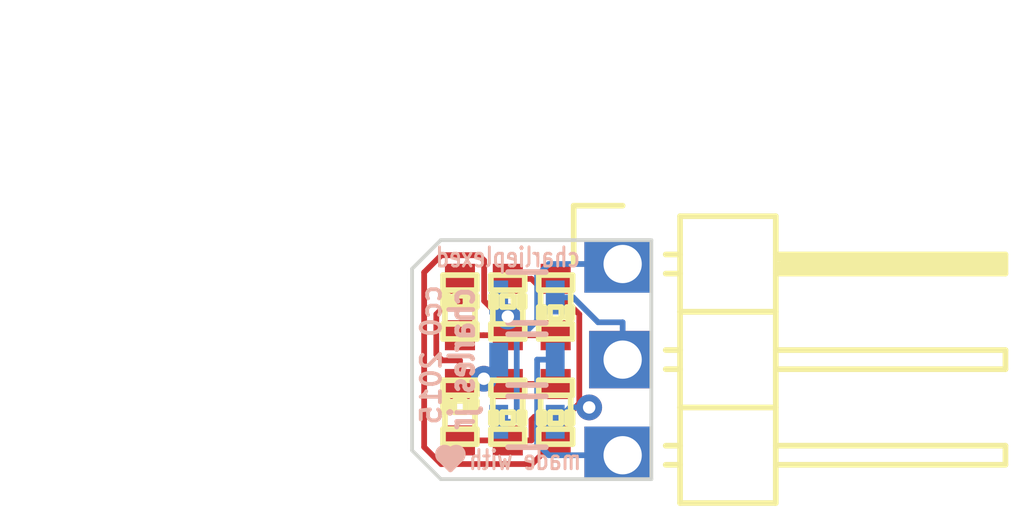
<source format=kicad_pcb>
(kicad_pcb (version 4) (host pcbnew "(2015-04-20 BZR 5616)-product")

  (general
    (links 15)
    (no_connects 0)
    (area 170.768572 99.846 195.485401 114.088401)
    (thickness 1.6)
    (drawings 19)
    (tracks 67)
    (zones 0)
    (modules 10)
    (nets 7)
  )

  (page A4)
  (layers
    (0 F.Cu signal)
    (31 B.Cu signal)
    (32 B.Adhes user)
    (33 F.Adhes user)
    (34 B.Paste user)
    (35 F.Paste user)
    (36 B.SilkS user hide)
    (37 F.SilkS user hide)
    (38 B.Mask user)
    (39 F.Mask user)
    (40 Dwgs.User user)
    (41 Cmts.User user)
    (42 Eco1.User user)
    (43 Eco2.User user)
    (44 Edge.Cuts user)
    (45 Margin user)
    (46 B.CrtYd user hide)
    (47 F.CrtYd user hide)
    (48 B.Fab user)
    (49 F.Fab user)
  )

  (setup
    (last_trace_width 0.1524)
    (trace_clearance 0.1524)
    (zone_clearance 0.508)
    (zone_45_only no)
    (trace_min 0.1524)
    (segment_width 0.2)
    (edge_width 0.1)
    (via_size 0.6858)
    (via_drill 0.3302)
    (via_min_size 0.4)
    (via_min_drill 0.3)
    (uvia_size 0.3)
    (uvia_drill 0.1)
    (uvias_allowed no)
    (uvia_min_size 0.2)
    (uvia_min_drill 0.1)
    (pcb_text_width 0.3)
    (pcb_text_size 1.5 1.5)
    (mod_edge_width 0.15)
    (mod_text_size 1 1)
    (mod_text_width 0.15)
    (pad_size 1.778 1.397)
    (pad_drill 1.016)
    (pad_to_mask_clearance 0)
    (aux_axis_origin 0 0)
    (grid_origin 179.07 106.426)
    (visible_elements FFFFFF7F)
    (pcbplotparams
      (layerselection 0x01000_00000000)
      (usegerberextensions false)
      (excludeedgelayer true)
      (linewidth 0.100000)
      (plotframeref false)
      (viasonmask false)
      (mode 1)
      (useauxorigin false)
      (hpglpennumber 1)
      (hpglpenspeed 20)
      (hpglpendiameter 15)
      (hpglpenoverlay 2)
      (psnegative false)
      (psa4output false)
      (plotreference true)
      (plotvalue true)
      (plotinvisibletext false)
      (padsonsilk false)
      (subtractmaskfromsilk false)
      (outputformat 1)
      (mirror false)
      (drillshape 0)
      (scaleselection 1)
      (outputdirectory ""))
  )

  (net 0 "")
  (net 1 "Net-(D1-Pad2)")
  (net 2 "Net-(D1-Pad1)")
  (net 3 "Net-(D3-Pad2)")
  (net 4 "Net-(P1-Pad1)")
  (net 5 "Net-(P1-Pad2)")
  (net 6 "Net-(P1-Pad3)")

  (net_class Default "This is the default net class."
    (clearance 0.1524)
    (trace_width 0.1524)
    (via_dia 0.6858)
    (via_drill 0.3302)
    (uvia_dia 0.3)
    (uvia_drill 0.1)
    (add_net "Net-(D1-Pad1)")
    (add_net "Net-(D1-Pad2)")
    (add_net "Net-(D3-Pad2)")
    (add_net "Net-(P1-Pad1)")
    (add_net "Net-(P1-Pad2)")
    (add_net "Net-(P1-Pad3)")
  )

  (module LEDs:LED-0603 (layer F.Cu) (tedit 553DC8B4) (tstamp 553DCA0F)
    (at 180.34 110.998 270)
    (descr "LED 0603 smd package")
    (tags "LED led 0603 SMD smd SMT smt smdled SMDLED smtled SMTLED")
    (path /553DC6A9)
    (attr smd)
    (fp_text reference D1 (at 0 -1.15 270) (layer F.SilkS) hide
      (effects (font (size 1 1) (thickness 0.15)))
    )
    (fp_text value LED (at 0 1.2 270) (layer F.Fab) hide
      (effects (font (size 1 1) (thickness 0.15)))
    )
    (fp_line (start -0.44958 -0.44958) (end -0.44958 0.44958) (layer F.SilkS) (width 0.15))
    (fp_line (start -0.44958 0.44958) (end -0.84836 0.44958) (layer F.SilkS) (width 0.15))
    (fp_line (start -0.84836 -0.44958) (end -0.84836 0.44958) (layer F.SilkS) (width 0.15))
    (fp_line (start -0.44958 -0.44958) (end -0.84836 -0.44958) (layer F.SilkS) (width 0.15))
    (fp_line (start 0.84836 -0.44958) (end 0.84836 0.44958) (layer F.SilkS) (width 0.15))
    (fp_line (start 0.84836 0.44958) (end 0.44958 0.44958) (layer F.SilkS) (width 0.15))
    (fp_line (start 0.44958 -0.44958) (end 0.44958 0.44958) (layer F.SilkS) (width 0.15))
    (fp_line (start 0.84836 -0.44958) (end 0.44958 -0.44958) (layer F.SilkS) (width 0.15))
    (fp_line (start 0 -0.44958) (end 0 -0.29972) (layer F.SilkS) (width 0.15))
    (fp_line (start 0 -0.29972) (end -0.29972 -0.29972) (layer F.SilkS) (width 0.15))
    (fp_line (start -0.29972 -0.44958) (end -0.29972 -0.29972) (layer F.SilkS) (width 0.15))
    (fp_line (start 0 -0.44958) (end -0.29972 -0.44958) (layer F.SilkS) (width 0.15))
    (fp_line (start 0 0.29972) (end 0 0.44958) (layer F.SilkS) (width 0.15))
    (fp_line (start 0 0.44958) (end -0.29972 0.44958) (layer F.SilkS) (width 0.15))
    (fp_line (start -0.29972 0.29972) (end -0.29972 0.44958) (layer F.SilkS) (width 0.15))
    (fp_line (start 0 0.29972) (end -0.29972 0.29972) (layer F.SilkS) (width 0.15))
    (fp_line (start 0 -0.14986) (end 0 0.14986) (layer F.SilkS) (width 0.15))
    (fp_line (start 0 0.14986) (end -0.29972 0.14986) (layer F.SilkS) (width 0.15))
    (fp_line (start -0.29972 -0.14986) (end -0.29972 0.14986) (layer F.SilkS) (width 0.15))
    (fp_line (start 0 -0.14986) (end -0.29972 -0.14986) (layer F.SilkS) (width 0.15))
    (fp_line (start -0.44958 -0.39878) (end 0.44958 -0.39878) (layer F.SilkS) (width 0.15))
    (fp_line (start -0.44958 0.39878) (end 0.44958 0.39878) (layer F.SilkS) (width 0.15))
    (pad 2 smd rect (at 0.7493 0 90) (size 0.79756 0.79756) (layers F.Cu F.Paste F.Mask)
      (net 1 "Net-(D1-Pad2)"))
    (pad 1 smd rect (at -0.7493 0 90) (size 0.79756 0.79756) (layers F.Cu F.Paste F.Mask)
      (net 2 "Net-(D1-Pad1)"))
  )

  (module LEDs:LED-0603 (layer F.Cu) (tedit 553DC89C) (tstamp 553DCA15)
    (at 181.61 110.998 90)
    (descr "LED 0603 smd package")
    (tags "LED led 0603 SMD smd SMT smt smdled SMDLED smtled SMTLED")
    (path /553DC5F8)
    (attr smd)
    (fp_text reference D2 (at 0 -1.15 90) (layer F.SilkS) hide
      (effects (font (size 1 1) (thickness 0.15)))
    )
    (fp_text value LED (at 0 1.2 90) (layer F.Fab) hide
      (effects (font (size 1 1) (thickness 0.15)))
    )
    (fp_line (start -0.44958 -0.44958) (end -0.44958 0.44958) (layer F.SilkS) (width 0.15))
    (fp_line (start -0.44958 0.44958) (end -0.84836 0.44958) (layer F.SilkS) (width 0.15))
    (fp_line (start -0.84836 -0.44958) (end -0.84836 0.44958) (layer F.SilkS) (width 0.15))
    (fp_line (start -0.44958 -0.44958) (end -0.84836 -0.44958) (layer F.SilkS) (width 0.15))
    (fp_line (start 0.84836 -0.44958) (end 0.84836 0.44958) (layer F.SilkS) (width 0.15))
    (fp_line (start 0.84836 0.44958) (end 0.44958 0.44958) (layer F.SilkS) (width 0.15))
    (fp_line (start 0.44958 -0.44958) (end 0.44958 0.44958) (layer F.SilkS) (width 0.15))
    (fp_line (start 0.84836 -0.44958) (end 0.44958 -0.44958) (layer F.SilkS) (width 0.15))
    (fp_line (start 0 -0.44958) (end 0 -0.29972) (layer F.SilkS) (width 0.15))
    (fp_line (start 0 -0.29972) (end -0.29972 -0.29972) (layer F.SilkS) (width 0.15))
    (fp_line (start -0.29972 -0.44958) (end -0.29972 -0.29972) (layer F.SilkS) (width 0.15))
    (fp_line (start 0 -0.44958) (end -0.29972 -0.44958) (layer F.SilkS) (width 0.15))
    (fp_line (start 0 0.29972) (end 0 0.44958) (layer F.SilkS) (width 0.15))
    (fp_line (start 0 0.44958) (end -0.29972 0.44958) (layer F.SilkS) (width 0.15))
    (fp_line (start -0.29972 0.29972) (end -0.29972 0.44958) (layer F.SilkS) (width 0.15))
    (fp_line (start 0 0.29972) (end -0.29972 0.29972) (layer F.SilkS) (width 0.15))
    (fp_line (start 0 -0.14986) (end 0 0.14986) (layer F.SilkS) (width 0.15))
    (fp_line (start 0 0.14986) (end -0.29972 0.14986) (layer F.SilkS) (width 0.15))
    (fp_line (start -0.29972 -0.14986) (end -0.29972 0.14986) (layer F.SilkS) (width 0.15))
    (fp_line (start 0 -0.14986) (end -0.29972 -0.14986) (layer F.SilkS) (width 0.15))
    (fp_line (start -0.44958 -0.39878) (end 0.44958 -0.39878) (layer F.SilkS) (width 0.15))
    (fp_line (start -0.44958 0.39878) (end 0.44958 0.39878) (layer F.SilkS) (width 0.15))
    (pad 2 smd rect (at 0.7493 0 270) (size 0.79756 0.79756) (layers F.Cu F.Paste F.Mask)
      (net 2 "Net-(D1-Pad1)"))
    (pad 1 smd rect (at -0.7493 0 270) (size 0.79756 0.79756) (layers F.Cu F.Paste F.Mask)
      (net 1 "Net-(D1-Pad2)"))
  )

  (module LEDs:LED-0603 (layer F.Cu) (tedit 553DC8BD) (tstamp 553DCA1B)
    (at 181.61 108.204 270)
    (descr "LED 0603 smd package")
    (tags "LED led 0603 SMD smd SMT smt smdled SMDLED smtled SMTLED")
    (path /553DC627)
    (attr smd)
    (fp_text reference D3 (at 0 -1.15 270) (layer F.SilkS) hide
      (effects (font (size 1 1) (thickness 0.15)))
    )
    (fp_text value LED (at 0 1.2 270) (layer F.Fab) hide
      (effects (font (size 1 1) (thickness 0.15)))
    )
    (fp_line (start -0.44958 -0.44958) (end -0.44958 0.44958) (layer F.SilkS) (width 0.15))
    (fp_line (start -0.44958 0.44958) (end -0.84836 0.44958) (layer F.SilkS) (width 0.15))
    (fp_line (start -0.84836 -0.44958) (end -0.84836 0.44958) (layer F.SilkS) (width 0.15))
    (fp_line (start -0.44958 -0.44958) (end -0.84836 -0.44958) (layer F.SilkS) (width 0.15))
    (fp_line (start 0.84836 -0.44958) (end 0.84836 0.44958) (layer F.SilkS) (width 0.15))
    (fp_line (start 0.84836 0.44958) (end 0.44958 0.44958) (layer F.SilkS) (width 0.15))
    (fp_line (start 0.44958 -0.44958) (end 0.44958 0.44958) (layer F.SilkS) (width 0.15))
    (fp_line (start 0.84836 -0.44958) (end 0.44958 -0.44958) (layer F.SilkS) (width 0.15))
    (fp_line (start 0 -0.44958) (end 0 -0.29972) (layer F.SilkS) (width 0.15))
    (fp_line (start 0 -0.29972) (end -0.29972 -0.29972) (layer F.SilkS) (width 0.15))
    (fp_line (start -0.29972 -0.44958) (end -0.29972 -0.29972) (layer F.SilkS) (width 0.15))
    (fp_line (start 0 -0.44958) (end -0.29972 -0.44958) (layer F.SilkS) (width 0.15))
    (fp_line (start 0 0.29972) (end 0 0.44958) (layer F.SilkS) (width 0.15))
    (fp_line (start 0 0.44958) (end -0.29972 0.44958) (layer F.SilkS) (width 0.15))
    (fp_line (start -0.29972 0.29972) (end -0.29972 0.44958) (layer F.SilkS) (width 0.15))
    (fp_line (start 0 0.29972) (end -0.29972 0.29972) (layer F.SilkS) (width 0.15))
    (fp_line (start 0 -0.14986) (end 0 0.14986) (layer F.SilkS) (width 0.15))
    (fp_line (start 0 0.14986) (end -0.29972 0.14986) (layer F.SilkS) (width 0.15))
    (fp_line (start -0.29972 -0.14986) (end -0.29972 0.14986) (layer F.SilkS) (width 0.15))
    (fp_line (start 0 -0.14986) (end -0.29972 -0.14986) (layer F.SilkS) (width 0.15))
    (fp_line (start -0.44958 -0.39878) (end 0.44958 -0.39878) (layer F.SilkS) (width 0.15))
    (fp_line (start -0.44958 0.39878) (end 0.44958 0.39878) (layer F.SilkS) (width 0.15))
    (pad 2 smd rect (at 0.7493 0 90) (size 0.79756 0.79756) (layers F.Cu F.Paste F.Mask)
      (net 3 "Net-(D3-Pad2)"))
    (pad 1 smd rect (at -0.7493 0 90) (size 0.79756 0.79756) (layers F.Cu F.Paste F.Mask)
      (net 1 "Net-(D1-Pad2)"))
  )

  (module LEDs:LED-0603 (layer F.Cu) (tedit 553DC8AB) (tstamp 553DCA21)
    (at 180.34 108.204 270)
    (descr "LED 0603 smd package")
    (tags "LED led 0603 SMD smd SMT smt smdled SMDLED smtled SMTLED")
    (path /553DC661)
    (attr smd)
    (fp_text reference D4 (at 0 -1.15 270) (layer F.SilkS) hide
      (effects (font (size 1 1) (thickness 0.15)))
    )
    (fp_text value LED (at 0 1.2 270) (layer F.Fab) hide
      (effects (font (size 1 1) (thickness 0.15)))
    )
    (fp_line (start -0.44958 -0.44958) (end -0.44958 0.44958) (layer F.SilkS) (width 0.15))
    (fp_line (start -0.44958 0.44958) (end -0.84836 0.44958) (layer F.SilkS) (width 0.15))
    (fp_line (start -0.84836 -0.44958) (end -0.84836 0.44958) (layer F.SilkS) (width 0.15))
    (fp_line (start -0.44958 -0.44958) (end -0.84836 -0.44958) (layer F.SilkS) (width 0.15))
    (fp_line (start 0.84836 -0.44958) (end 0.84836 0.44958) (layer F.SilkS) (width 0.15))
    (fp_line (start 0.84836 0.44958) (end 0.44958 0.44958) (layer F.SilkS) (width 0.15))
    (fp_line (start 0.44958 -0.44958) (end 0.44958 0.44958) (layer F.SilkS) (width 0.15))
    (fp_line (start 0.84836 -0.44958) (end 0.44958 -0.44958) (layer F.SilkS) (width 0.15))
    (fp_line (start 0 -0.44958) (end 0 -0.29972) (layer F.SilkS) (width 0.15))
    (fp_line (start 0 -0.29972) (end -0.29972 -0.29972) (layer F.SilkS) (width 0.15))
    (fp_line (start -0.29972 -0.44958) (end -0.29972 -0.29972) (layer F.SilkS) (width 0.15))
    (fp_line (start 0 -0.44958) (end -0.29972 -0.44958) (layer F.SilkS) (width 0.15))
    (fp_line (start 0 0.29972) (end 0 0.44958) (layer F.SilkS) (width 0.15))
    (fp_line (start 0 0.44958) (end -0.29972 0.44958) (layer F.SilkS) (width 0.15))
    (fp_line (start -0.29972 0.29972) (end -0.29972 0.44958) (layer F.SilkS) (width 0.15))
    (fp_line (start 0 0.29972) (end -0.29972 0.29972) (layer F.SilkS) (width 0.15))
    (fp_line (start 0 -0.14986) (end 0 0.14986) (layer F.SilkS) (width 0.15))
    (fp_line (start 0 0.14986) (end -0.29972 0.14986) (layer F.SilkS) (width 0.15))
    (fp_line (start -0.29972 -0.14986) (end -0.29972 0.14986) (layer F.SilkS) (width 0.15))
    (fp_line (start 0 -0.14986) (end -0.29972 -0.14986) (layer F.SilkS) (width 0.15))
    (fp_line (start -0.44958 -0.39878) (end 0.44958 -0.39878) (layer F.SilkS) (width 0.15))
    (fp_line (start -0.44958 0.39878) (end 0.44958 0.39878) (layer F.SilkS) (width 0.15))
    (pad 2 smd rect (at 0.7493 0 90) (size 0.79756 0.79756) (layers F.Cu F.Paste F.Mask)
      (net 3 "Net-(D3-Pad2)"))
    (pad 1 smd rect (at -0.7493 0 90) (size 0.79756 0.79756) (layers F.Cu F.Paste F.Mask)
      (net 2 "Net-(D1-Pad1)"))
  )

  (module LEDs:LED-0603 (layer F.Cu) (tedit 553DC886) (tstamp 553DCA27)
    (at 182.88 108.204 90)
    (descr "LED 0603 smd package")
    (tags "LED led 0603 SMD smd SMT smt smdled SMDLED smtled SMTLED")
    (path /553DC641)
    (attr smd)
    (fp_text reference D5 (at 0 -1.15 90) (layer F.SilkS) hide
      (effects (font (size 1 1) (thickness 0.15)))
    )
    (fp_text value LED (at 0 1.2 90) (layer F.Fab) hide
      (effects (font (size 1 1) (thickness 0.15)))
    )
    (fp_line (start -0.44958 -0.44958) (end -0.44958 0.44958) (layer F.SilkS) (width 0.15))
    (fp_line (start -0.44958 0.44958) (end -0.84836 0.44958) (layer F.SilkS) (width 0.15))
    (fp_line (start -0.84836 -0.44958) (end -0.84836 0.44958) (layer F.SilkS) (width 0.15))
    (fp_line (start -0.44958 -0.44958) (end -0.84836 -0.44958) (layer F.SilkS) (width 0.15))
    (fp_line (start 0.84836 -0.44958) (end 0.84836 0.44958) (layer F.SilkS) (width 0.15))
    (fp_line (start 0.84836 0.44958) (end 0.44958 0.44958) (layer F.SilkS) (width 0.15))
    (fp_line (start 0.44958 -0.44958) (end 0.44958 0.44958) (layer F.SilkS) (width 0.15))
    (fp_line (start 0.84836 -0.44958) (end 0.44958 -0.44958) (layer F.SilkS) (width 0.15))
    (fp_line (start 0 -0.44958) (end 0 -0.29972) (layer F.SilkS) (width 0.15))
    (fp_line (start 0 -0.29972) (end -0.29972 -0.29972) (layer F.SilkS) (width 0.15))
    (fp_line (start -0.29972 -0.44958) (end -0.29972 -0.29972) (layer F.SilkS) (width 0.15))
    (fp_line (start 0 -0.44958) (end -0.29972 -0.44958) (layer F.SilkS) (width 0.15))
    (fp_line (start 0 0.29972) (end 0 0.44958) (layer F.SilkS) (width 0.15))
    (fp_line (start 0 0.44958) (end -0.29972 0.44958) (layer F.SilkS) (width 0.15))
    (fp_line (start -0.29972 0.29972) (end -0.29972 0.44958) (layer F.SilkS) (width 0.15))
    (fp_line (start 0 0.29972) (end -0.29972 0.29972) (layer F.SilkS) (width 0.15))
    (fp_line (start 0 -0.14986) (end 0 0.14986) (layer F.SilkS) (width 0.15))
    (fp_line (start 0 0.14986) (end -0.29972 0.14986) (layer F.SilkS) (width 0.15))
    (fp_line (start -0.29972 -0.14986) (end -0.29972 0.14986) (layer F.SilkS) (width 0.15))
    (fp_line (start 0 -0.14986) (end -0.29972 -0.14986) (layer F.SilkS) (width 0.15))
    (fp_line (start -0.44958 -0.39878) (end 0.44958 -0.39878) (layer F.SilkS) (width 0.15))
    (fp_line (start -0.44958 0.39878) (end 0.44958 0.39878) (layer F.SilkS) (width 0.15))
    (pad 2 smd rect (at 0.7493 0 270) (size 0.79756 0.79756) (layers F.Cu F.Paste F.Mask)
      (net 1 "Net-(D1-Pad2)"))
    (pad 1 smd rect (at -0.7493 0 270) (size 0.79756 0.79756) (layers F.Cu F.Paste F.Mask)
      (net 3 "Net-(D3-Pad2)"))
  )

  (module LEDs:LED-0603 (layer F.Cu) (tedit 553DC88F) (tstamp 553DCA2D)
    (at 182.88 110.998 90)
    (descr "LED 0603 smd package")
    (tags "LED led 0603 SMD smd SMT smt smdled SMDLED smtled SMTLED")
    (path /553DC687)
    (attr smd)
    (fp_text reference D6 (at 0 -1.15 90) (layer F.SilkS) hide
      (effects (font (size 1 1) (thickness 0.15)))
    )
    (fp_text value LED (at 0 1.2 90) (layer F.Fab) hide
      (effects (font (size 1 1) (thickness 0.15)))
    )
    (fp_line (start -0.44958 -0.44958) (end -0.44958 0.44958) (layer F.SilkS) (width 0.15))
    (fp_line (start -0.44958 0.44958) (end -0.84836 0.44958) (layer F.SilkS) (width 0.15))
    (fp_line (start -0.84836 -0.44958) (end -0.84836 0.44958) (layer F.SilkS) (width 0.15))
    (fp_line (start -0.44958 -0.44958) (end -0.84836 -0.44958) (layer F.SilkS) (width 0.15))
    (fp_line (start 0.84836 -0.44958) (end 0.84836 0.44958) (layer F.SilkS) (width 0.15))
    (fp_line (start 0.84836 0.44958) (end 0.44958 0.44958) (layer F.SilkS) (width 0.15))
    (fp_line (start 0.44958 -0.44958) (end 0.44958 0.44958) (layer F.SilkS) (width 0.15))
    (fp_line (start 0.84836 -0.44958) (end 0.44958 -0.44958) (layer F.SilkS) (width 0.15))
    (fp_line (start 0 -0.44958) (end 0 -0.29972) (layer F.SilkS) (width 0.15))
    (fp_line (start 0 -0.29972) (end -0.29972 -0.29972) (layer F.SilkS) (width 0.15))
    (fp_line (start -0.29972 -0.44958) (end -0.29972 -0.29972) (layer F.SilkS) (width 0.15))
    (fp_line (start 0 -0.44958) (end -0.29972 -0.44958) (layer F.SilkS) (width 0.15))
    (fp_line (start 0 0.29972) (end 0 0.44958) (layer F.SilkS) (width 0.15))
    (fp_line (start 0 0.44958) (end -0.29972 0.44958) (layer F.SilkS) (width 0.15))
    (fp_line (start -0.29972 0.29972) (end -0.29972 0.44958) (layer F.SilkS) (width 0.15))
    (fp_line (start 0 0.29972) (end -0.29972 0.29972) (layer F.SilkS) (width 0.15))
    (fp_line (start 0 -0.14986) (end 0 0.14986) (layer F.SilkS) (width 0.15))
    (fp_line (start 0 0.14986) (end -0.29972 0.14986) (layer F.SilkS) (width 0.15))
    (fp_line (start -0.29972 -0.14986) (end -0.29972 0.14986) (layer F.SilkS) (width 0.15))
    (fp_line (start 0 -0.14986) (end -0.29972 -0.14986) (layer F.SilkS) (width 0.15))
    (fp_line (start -0.44958 -0.39878) (end 0.44958 -0.39878) (layer F.SilkS) (width 0.15))
    (fp_line (start -0.44958 0.39878) (end 0.44958 0.39878) (layer F.SilkS) (width 0.15))
    (pad 2 smd rect (at 0.7493 0 270) (size 0.79756 0.79756) (layers F.Cu F.Paste F.Mask)
      (net 2 "Net-(D1-Pad1)"))
    (pad 1 smd rect (at -0.7493 0 270) (size 0.79756 0.79756) (layers F.Cu F.Paste F.Mask)
      (net 3 "Net-(D3-Pad2)"))
  )

  (module Pin_Headers:Pin_Header_Angled_1x03 (layer F.Cu) (tedit 5553F8C6) (tstamp 553DCA34)
    (at 184.658 107.061)
    (descr "Through hole pin header")
    (tags "pin header")
    (path /553DC856)
    (fp_text reference P1 (at 0 -5.1) (layer F.SilkS) hide
      (effects (font (size 1 1) (thickness 0.15)))
    )
    (fp_text value CONN_01X03 (at 0 -3.1) (layer F.Fab) hide
      (effects (font (size 1 1) (thickness 0.15)))
    )
    (fp_line (start -1.5 -1.75) (end -1.5 6.85) (layer F.CrtYd) (width 0.05))
    (fp_line (start 10.65 -1.75) (end 10.65 6.85) (layer F.CrtYd) (width 0.05))
    (fp_line (start -1.5 -1.75) (end 10.65 -1.75) (layer F.CrtYd) (width 0.05))
    (fp_line (start -1.5 6.85) (end 10.65 6.85) (layer F.CrtYd) (width 0.05))
    (fp_line (start -1.3 -1.55) (end -1.3 0) (layer F.SilkS) (width 0.15))
    (fp_line (start 0 -1.55) (end -1.3 -1.55) (layer F.SilkS) (width 0.15))
    (fp_line (start 4.191 -0.127) (end 10.033 -0.127) (layer F.SilkS) (width 0.15))
    (fp_line (start 10.033 -0.127) (end 10.033 0.127) (layer F.SilkS) (width 0.15))
    (fp_line (start 10.033 0.127) (end 4.191 0.127) (layer F.SilkS) (width 0.15))
    (fp_line (start 4.191 0.127) (end 4.191 0) (layer F.SilkS) (width 0.15))
    (fp_line (start 4.191 0) (end 10.033 0) (layer F.SilkS) (width 0.15))
    (fp_line (start 1.524 -0.254) (end 1.143 -0.254) (layer F.SilkS) (width 0.15))
    (fp_line (start 1.524 0.254) (end 1.143 0.254) (layer F.SilkS) (width 0.15))
    (fp_line (start 1.524 2.286) (end 1.143 2.286) (layer F.SilkS) (width 0.15))
    (fp_line (start 1.524 2.794) (end 1.143 2.794) (layer F.SilkS) (width 0.15))
    (fp_line (start 1.524 4.826) (end 1.143 4.826) (layer F.SilkS) (width 0.15))
    (fp_line (start 1.524 5.334) (end 1.143 5.334) (layer F.SilkS) (width 0.15))
    (fp_line (start 4.064 1.27) (end 4.064 -1.27) (layer F.SilkS) (width 0.15))
    (fp_line (start 10.16 0.254) (end 4.064 0.254) (layer F.SilkS) (width 0.15))
    (fp_line (start 10.16 -0.254) (end 10.16 0.254) (layer F.SilkS) (width 0.15))
    (fp_line (start 4.064 -0.254) (end 10.16 -0.254) (layer F.SilkS) (width 0.15))
    (fp_line (start 1.524 1.27) (end 4.064 1.27) (layer F.SilkS) (width 0.15))
    (fp_line (start 1.524 -1.27) (end 1.524 1.27) (layer F.SilkS) (width 0.15))
    (fp_line (start 1.524 -1.27) (end 4.064 -1.27) (layer F.SilkS) (width 0.15))
    (fp_line (start 1.524 3.81) (end 4.064 3.81) (layer F.SilkS) (width 0.15))
    (fp_line (start 1.524 3.81) (end 1.524 6.35) (layer F.SilkS) (width 0.15))
    (fp_line (start 4.064 4.826) (end 10.16 4.826) (layer F.SilkS) (width 0.15))
    (fp_line (start 10.16 4.826) (end 10.16 5.334) (layer F.SilkS) (width 0.15))
    (fp_line (start 10.16 5.334) (end 4.064 5.334) (layer F.SilkS) (width 0.15))
    (fp_line (start 4.064 6.35) (end 4.064 3.81) (layer F.SilkS) (width 0.15))
    (fp_line (start 4.064 3.81) (end 4.064 1.27) (layer F.SilkS) (width 0.15))
    (fp_line (start 10.16 2.794) (end 4.064 2.794) (layer F.SilkS) (width 0.15))
    (fp_line (start 10.16 2.286) (end 10.16 2.794) (layer F.SilkS) (width 0.15))
    (fp_line (start 4.064 2.286) (end 10.16 2.286) (layer F.SilkS) (width 0.15))
    (fp_line (start 1.524 3.81) (end 4.064 3.81) (layer F.SilkS) (width 0.15))
    (fp_line (start 1.524 1.27) (end 1.524 3.81) (layer F.SilkS) (width 0.15))
    (fp_line (start 1.524 1.27) (end 4.064 1.27) (layer F.SilkS) (width 0.15))
    (fp_line (start 1.524 6.35) (end 4.064 6.35) (layer F.SilkS) (width 0.15))
    (pad 1 thru_hole rect (at 0 0) (size 1.778 1.397) (drill 1.016 (offset -0.127 0.0635)) (layers *.Cu *.Mask)
      (net 4 "Net-(P1-Pad1)"))
    (pad 2 thru_hole rect (at 0 2.54) (size 1.651 1.524) (drill 1.016 (offset -0.0635 0)) (layers *.Cu *.Mask)
      (net 5 "Net-(P1-Pad2)"))
    (pad 3 thru_hole rect (at 0 5.08) (size 1.778 1.397) (drill 1.016 (offset -0.127 -0.0635)) (layers *.Cu *.Mask)
      (net 6 "Net-(P1-Pad3)"))
    (model Pin_Headers.3dshapes/Pin_Header_Angled_1x03.wrl
      (at (xyz 0 -0.1 0))
      (scale (xyz 1 1 1))
      (rotate (xyz 0 0 90))
    )
  )

  (module Resistors_SMD:R_0603 (layer B.Cu) (tedit 553DC878) (tstamp 553DCA3A)
    (at 182.118 111.252)
    (descr "Resistor SMD 0603, reflow soldering, Vishay (see dcrcw.pdf)")
    (tags "resistor 0603")
    (path /553DC7B2)
    (attr smd)
    (fp_text reference R1 (at 0 1.9) (layer B.SilkS) hide
      (effects (font (size 1 1) (thickness 0.15)) (justify mirror))
    )
    (fp_text value R (at 0 -1.9) (layer B.Fab) hide
      (effects (font (size 1 1) (thickness 0.15)) (justify mirror))
    )
    (fp_line (start -1.3 0.8) (end 1.3 0.8) (layer B.CrtYd) (width 0.05))
    (fp_line (start -1.3 -0.8) (end 1.3 -0.8) (layer B.CrtYd) (width 0.05))
    (fp_line (start -1.3 0.8) (end -1.3 -0.8) (layer B.CrtYd) (width 0.05))
    (fp_line (start 1.3 0.8) (end 1.3 -0.8) (layer B.CrtYd) (width 0.05))
    (fp_line (start 0.5 -0.675) (end -0.5 -0.675) (layer B.SilkS) (width 0.15))
    (fp_line (start -0.5 0.675) (end 0.5 0.675) (layer B.SilkS) (width 0.15))
    (pad 1 smd rect (at -0.75 0) (size 0.5 0.9) (layers B.Cu B.Paste B.Mask)
      (net 4 "Net-(P1-Pad1)"))
    (pad 2 smd rect (at 0.75 0) (size 0.5 0.9) (layers B.Cu B.Paste B.Mask)
      (net 1 "Net-(D1-Pad2)"))
    (model Resistors_SMD.3dshapes/R_0603.wrl
      (at (xyz 0 0 0))
      (scale (xyz 1 1 1))
      (rotate (xyz 0 0 0))
    )
  )

  (module Resistors_SMD:R_0603 (layer B.Cu) (tedit 553DC86E) (tstamp 553DCA40)
    (at 182.118 107.95 180)
    (descr "Resistor SMD 0603, reflow soldering, Vishay (see dcrcw.pdf)")
    (tags "resistor 0603")
    (path /553DC7EB)
    (attr smd)
    (fp_text reference R2 (at 0 1.9 180) (layer B.SilkS) hide
      (effects (font (size 1 1) (thickness 0.15)) (justify mirror))
    )
    (fp_text value R (at 0 -1.9 180) (layer B.Fab) hide
      (effects (font (size 1 1) (thickness 0.15)) (justify mirror))
    )
    (fp_line (start -1.3 0.8) (end 1.3 0.8) (layer B.CrtYd) (width 0.05))
    (fp_line (start -1.3 -0.8) (end 1.3 -0.8) (layer B.CrtYd) (width 0.05))
    (fp_line (start -1.3 0.8) (end -1.3 -0.8) (layer B.CrtYd) (width 0.05))
    (fp_line (start 1.3 0.8) (end 1.3 -0.8) (layer B.CrtYd) (width 0.05))
    (fp_line (start 0.5 -0.675) (end -0.5 -0.675) (layer B.SilkS) (width 0.15))
    (fp_line (start -0.5 0.675) (end 0.5 0.675) (layer B.SilkS) (width 0.15))
    (pad 1 smd rect (at -0.75 0 180) (size 0.5 0.9) (layers B.Cu B.Paste B.Mask)
      (net 5 "Net-(P1-Pad2)"))
    (pad 2 smd rect (at 0.75 0 180) (size 0.5 0.9) (layers B.Cu B.Paste B.Mask)
      (net 3 "Net-(D3-Pad2)"))
    (model Resistors_SMD.3dshapes/R_0603.wrl
      (at (xyz 0 0 0))
      (scale (xyz 1 1 1))
      (rotate (xyz 0 0 0))
    )
  )

  (module Resistors_SMD:R_0603 (layer B.Cu) (tedit 553DC863) (tstamp 553DCA46)
    (at 182.118 109.601 180)
    (descr "Resistor SMD 0603, reflow soldering, Vishay (see dcrcw.pdf)")
    (tags "resistor 0603")
    (path /553DC810)
    (attr smd)
    (fp_text reference R3 (at 0 1.9 180) (layer B.SilkS) hide
      (effects (font (size 1 1) (thickness 0.15)) (justify mirror))
    )
    (fp_text value R (at 0 -1.9 180) (layer B.Fab) hide
      (effects (font (size 1 1) (thickness 0.15)) (justify mirror))
    )
    (fp_line (start -1.3 0.8) (end 1.3 0.8) (layer B.CrtYd) (width 0.05))
    (fp_line (start -1.3 -0.8) (end 1.3 -0.8) (layer B.CrtYd) (width 0.05))
    (fp_line (start -1.3 0.8) (end -1.3 -0.8) (layer B.CrtYd) (width 0.05))
    (fp_line (start 1.3 0.8) (end 1.3 -0.8) (layer B.CrtYd) (width 0.05))
    (fp_line (start 0.5 -0.675) (end -0.5 -0.675) (layer B.SilkS) (width 0.15))
    (fp_line (start -0.5 0.675) (end 0.5 0.675) (layer B.SilkS) (width 0.15))
    (pad 1 smd rect (at -0.75 0 180) (size 0.5 0.9) (layers B.Cu B.Paste B.Mask)
      (net 6 "Net-(P1-Pad3)"))
    (pad 2 smd rect (at 0.75 0 180) (size 0.5 0.9) (layers B.Cu B.Paste B.Mask)
      (net 2 "Net-(D1-Pad1)"))
    (model Resistors_SMD.3dshapes/R_0603.wrl
      (at (xyz 0 0 0))
      (scale (xyz 1 1 1))
      (rotate (xyz 0 0 0))
    )
  )

  (dimension 6.35 (width 0.3) (layer Cmts.User)
    (gr_text 0.25" (at 182.245 101.346) (layer Cmts.User) (tstamp 55540800)
      (effects (font (size 1.5 1.5) (thickness 0.3)))
    )
    (feature1 (pts (xy 185.42 105.156) (xy 185.42 100.551)))
    (feature2 (pts (xy 179.07 105.156) (xy 179.07 100.551)))
    (crossbar (pts (xy 179.07 103.251) (xy 185.42 103.251)))
    (arrow1a (pts (xy 185.42 103.251) (xy 184.293496 103.837421)))
    (arrow1b (pts (xy 185.42 103.251) (xy 184.293496 102.664579)))
    (arrow2a (pts (xy 179.07 103.251) (xy 180.196504 103.837421)))
    (arrow2b (pts (xy 179.07 103.251) (xy 180.196504 102.664579)))
  )
  (gr_text charlieplexed (at 181.61 106.8832) (layer B.SilkS)
    (effects (font (size 0.508 0.381) (thickness 0.0762)) (justify mirror))
  )
  (gr_line (start 180.086 112.4204) (end 180.086 112.2172) (angle 90) (layer B.SilkS) (width 0.2))
  (gr_line (start 180.086 112.522) (end 180.3908 112.2172) (angle 90) (layer B.SilkS) (width 0.1397))
  (gr_line (start 179.7812 112.2172) (end 180.086 112.522) (angle 90) (layer B.SilkS) (width 0.1397))
  (gr_line (start 180.2384 112.1156) (end 180.086 112.268) (angle 90) (layer B.SilkS) (width 0.2))
  (gr_line (start 179.9336 112.1156) (end 180.2384 112.1156) (angle 90) (layer B.SilkS) (width 0.2))
  (gr_circle (center 180.2384 112.1156) (end 180.2384 112.268) (layer B.SilkS) (width 0.2032) (tstamp 55540140))
  (gr_circle (center 179.9336 112.1156) (end 179.9336 112.268) (layer B.SilkS) (width 0.2032))
  (gr_text "made with" (at 182.0672 112.268) (layer B.SilkS)
    (effects (font (size 0.508 0.381) (thickness 0.0762)) (justify mirror))
  )
  (gr_line (start 179.07 107.188) (end 179.07 112.014) (angle 90) (layer Edge.Cuts) (width 0.1))
  (gr_line (start 179.832 106.426) (end 185.42 106.426) (angle 90) (layer Edge.Cuts) (width 0.1))
  (gr_line (start 179.07 107.188) (end 179.832 106.426) (angle 90) (layer Edge.Cuts) (width 0.1))
  (gr_line (start 179.832 112.776) (end 185.42 112.776) (angle 90) (layer Edge.Cuts) (width 0.1))
  (gr_line (start 179.07 112.014) (end 179.832 112.776) (angle 90) (layer Edge.Cuts) (width 0.1))
  (gr_line (start 185.42 106.426) (end 185.42 112.776) (angle 90) (layer Edge.Cuts) (width 0.1))
  (gr_text "cc0 2015" (at 179.578 109.474 90) (layer B.SilkS)
    (effects (font (size 0.508 0.508) (thickness 0.1016)) (justify mirror))
  )
  (gr_text "charles jr" (at 180.3908 109.5756 90) (layer B.SilkS)
    (effects (font (size 0.635 0.508) (thickness 0.127)) (justify mirror))
  )
  (dimension 6.35 (width 0.3) (layer Cmts.User)
    (gr_text 0.25" (at 173.99 109.601 270) (layer Cmts.User) (tstamp 5553E3A9)
      (effects (font (size 1.5 1.5) (thickness 0.3)))
    )
    (feature1 (pts (xy 177.8 112.776) (xy 173.068001 112.776)))
    (feature2 (pts (xy 177.8 106.426) (xy 173.068001 106.426)))
    (crossbar (pts (xy 175.768001 106.426) (xy 175.768001 112.776)))
    (arrow1a (pts (xy 175.768001 112.776) (xy 175.18158 111.649496)))
    (arrow1b (pts (xy 175.768001 112.776) (xy 176.354422 111.649496)))
    (arrow2a (pts (xy 175.768001 106.426) (xy 175.18158 107.552504)))
    (arrow2b (pts (xy 175.768001 106.426) (xy 176.354422 107.552504)))
  )

  (segment (start 181.61 107.4547) (end 182.2377 107.4547) (width 0.1524) (layer F.Cu) (net 1))
  (segment (start 182.88 107.7467) (end 182.5297 107.7467) (width 0.1524) (layer F.Cu) (net 1))
  (segment (start 182.5297 107.7467) (end 182.2377 107.4547) (width 0.1524) (layer F.Cu) (net 1))
  (segment (start 182.88 107.7467) (end 182.88 108.0824) (width 0.1524) (layer F.Cu) (net 1))
  (segment (start 182.88 107.4547) (end 182.88 107.7467) (width 0.1524) (layer F.Cu) (net 1))
  (segment (start 183.5077 110.7649) (end 183.5077 108.3962) (width 0.1524) (layer F.Cu) (net 1))
  (segment (start 183.5077 108.3962) (end 183.1939 108.0824) (width 0.1524) (layer F.Cu) (net 1))
  (segment (start 183.1939 108.0824) (end 182.88 108.0824) (width 0.1524) (layer F.Cu) (net 1))
  (segment (start 183.769 110.871) (end 183.6629 110.7649) (width 0.1524) (layer F.Cu) (net 1))
  (segment (start 183.6629 110.7649) (end 183.5077 110.7649) (width 0.1524) (layer F.Cu) (net 1))
  (segment (start 183.5077 110.7649) (end 183.153 111.1196) (width 0.1524) (layer F.Cu) (net 1))
  (segment (start 183.153 111.1196) (end 182.3161 111.1196) (width 0.1524) (layer F.Cu) (net 1))
  (segment (start 182.3161 111.1196) (end 182.2377 111.198) (width 0.1524) (layer F.Cu) (net 1))
  (segment (start 182.2377 111.198) (end 182.2377 111.7473) (width 0.1524) (layer F.Cu) (net 1))
  (segment (start 181.61 111.7473) (end 182.2377 111.7473) (width 0.1524) (layer F.Cu) (net 1))
  (segment (start 181.61 111.7473) (end 180.34 111.7473) (width 0.1524) (layer F.Cu) (net 1))
  (segment (start 182.868 111.252) (end 182.88 111.252) (width 0.1524) (layer B.Cu) (net 1))
  (segment (start 182.88 111.252) (end 183.261 110.871) (width 0.1524) (layer B.Cu) (net 1))
  (segment (start 183.261 110.871) (end 183.769 110.871) (width 0.1524) (layer B.Cu) (net 1))
  (via (at 183.769 110.871) (size 0.6858) (layers F.Cu B.Cu) (net 1))
  (segment (start 180.34 107.4547) (end 180.34 108.0824) (width 0.1524) (layer F.Cu) (net 2))
  (segment (start 180.34 110.2487) (end 180.34 109.621) (width 0.1524) (layer F.Cu) (net 2))
  (segment (start 180.34 109.621) (end 179.8692 109.621) (width 0.1524) (layer F.Cu) (net 2))
  (segment (start 179.8692 109.621) (end 179.7123 109.4641) (width 0.1524) (layer F.Cu) (net 2))
  (segment (start 179.7123 109.4641) (end 179.7123 108.3962) (width 0.1524) (layer F.Cu) (net 2))
  (segment (start 179.7123 108.3962) (end 180.0261 108.0824) (width 0.1524) (layer F.Cu) (net 2))
  (segment (start 180.0261 108.0824) (end 180.34 108.0824) (width 0.1524) (layer F.Cu) (net 2))
  (segment (start 180.975 110.2487) (end 180.34 110.2487) (width 0.1524) (layer F.Cu) (net 2))
  (segment (start 181.2962 110.2487) (end 180.975 110.2487) (width 0.1524) (layer F.Cu) (net 2))
  (segment (start 180.975 110.109) (end 180.975 110.2487) (width 0.1524) (layer F.Cu) (net 2))
  (segment (start 181.61 110.2487) (end 181.2962 110.2487) (width 0.1524) (layer F.Cu) (net 2))
  (segment (start 182.88 110.2487) (end 181.61 110.2487) (width 0.1524) (layer F.Cu) (net 2))
  (segment (start 181.368 109.601) (end 181.368 109.716) (width 0.1524) (layer B.Cu) (net 2))
  (segment (start 181.368 109.716) (end 180.975 110.109) (width 0.1524) (layer B.Cu) (net 2))
  (via (at 180.975 110.109) (size 0.6858) (layers F.Cu B.Cu) (net 2))
  (segment (start 181.61 108.458) (end 181.61 108.9533) (width 0.1524) (layer F.Cu) (net 3))
  (segment (start 181.61 108.458) (end 181.3984 108.458) (width 0.1524) (layer F.Cu) (net 3))
  (segment (start 181.3984 108.458) (end 180.9822 108.0418) (width 0.1524) (layer F.Cu) (net 3))
  (segment (start 180.9822 108.0418) (end 180.9822 106.9665) (width 0.1524) (layer F.Cu) (net 3))
  (segment (start 180.9822 106.9665) (end 180.8426 106.8269) (width 0.1524) (layer F.Cu) (net 3))
  (segment (start 180.8426 106.8269) (end 179.8464 106.8269) (width 0.1524) (layer F.Cu) (net 3))
  (segment (start 179.8464 106.8269) (end 179.3899 107.2834) (width 0.1524) (layer F.Cu) (net 3))
  (segment (start 179.3899 107.2834) (end 179.3899 111.9235) (width 0.1524) (layer F.Cu) (net 3))
  (segment (start 179.3899 111.9235) (end 179.8415 112.3751) (width 0.1524) (layer F.Cu) (net 3))
  (segment (start 179.8415 112.3751) (end 182.2522 112.3751) (width 0.1524) (layer F.Cu) (net 3))
  (segment (start 182.2522 112.3751) (end 182.88 111.7473) (width 0.1524) (layer F.Cu) (net 3))
  (segment (start 181.61 108.9533) (end 182.2523 108.9533) (width 0.1524) (layer F.Cu) (net 3))
  (segment (start 182.88 108.9533) (end 182.2523 108.9533) (width 0.1524) (layer F.Cu) (net 3))
  (segment (start 181.61 108.9533) (end 180.9677 108.9533) (width 0.1524) (layer F.Cu) (net 3))
  (segment (start 180.34 108.9533) (end 180.9677 108.9533) (width 0.1524) (layer F.Cu) (net 3))
  (segment (start 181.368 107.95) (end 181.368 108.216) (width 0.1524) (layer B.Cu) (net 3))
  (segment (start 181.368 108.216) (end 181.61 108.458) (width 0.1524) (layer B.Cu) (net 3))
  (via (at 181.61 108.458) (size 0.6858) (layers F.Cu B.Cu) (net 3))
  (segment (start 181.368 111.252) (end 181.8469 111.252) (width 0.1524) (layer B.Cu) (net 4))
  (segment (start 181.8469 111.252) (end 181.8469 109.1061) (width 0.1524) (layer B.Cu) (net 4))
  (segment (start 181.8469 109.1061) (end 182.389 108.564) (width 0.1524) (layer B.Cu) (net 4))
  (segment (start 182.389 108.564) (end 182.389 107.3716) (width 0.1524) (layer B.Cu) (net 4))
  (segment (start 182.389 107.3716) (end 182.6996 107.061) (width 0.1524) (layer B.Cu) (net 4))
  (segment (start 182.6996 107.061) (end 184.658 107.061) (width 0.1524) (layer B.Cu) (net 4))
  (segment (start 184.658 109.601) (end 184.658 108.6101) (width 0.1524) (layer B.Cu) (net 5))
  (segment (start 182.868 107.95) (end 183.3469 107.95) (width 0.1524) (layer B.Cu) (net 5))
  (segment (start 183.3469 107.95) (end 184.007 108.6101) (width 0.1524) (layer B.Cu) (net 5))
  (segment (start 184.007 108.6101) (end 184.658 108.6101) (width 0.1524) (layer B.Cu) (net 5))
  (segment (start 182.868 109.601) (end 182.3891 109.601) (width 0.1524) (layer B.Cu) (net 6))
  (segment (start 182.3891 109.601) (end 182.3891 111.8305) (width 0.1524) (layer B.Cu) (net 6))
  (segment (start 182.3891 111.8305) (end 182.6996 112.141) (width 0.1524) (layer B.Cu) (net 6))
  (segment (start 182.6996 112.141) (end 184.658 112.141) (width 0.1524) (layer B.Cu) (net 6))

)

</source>
